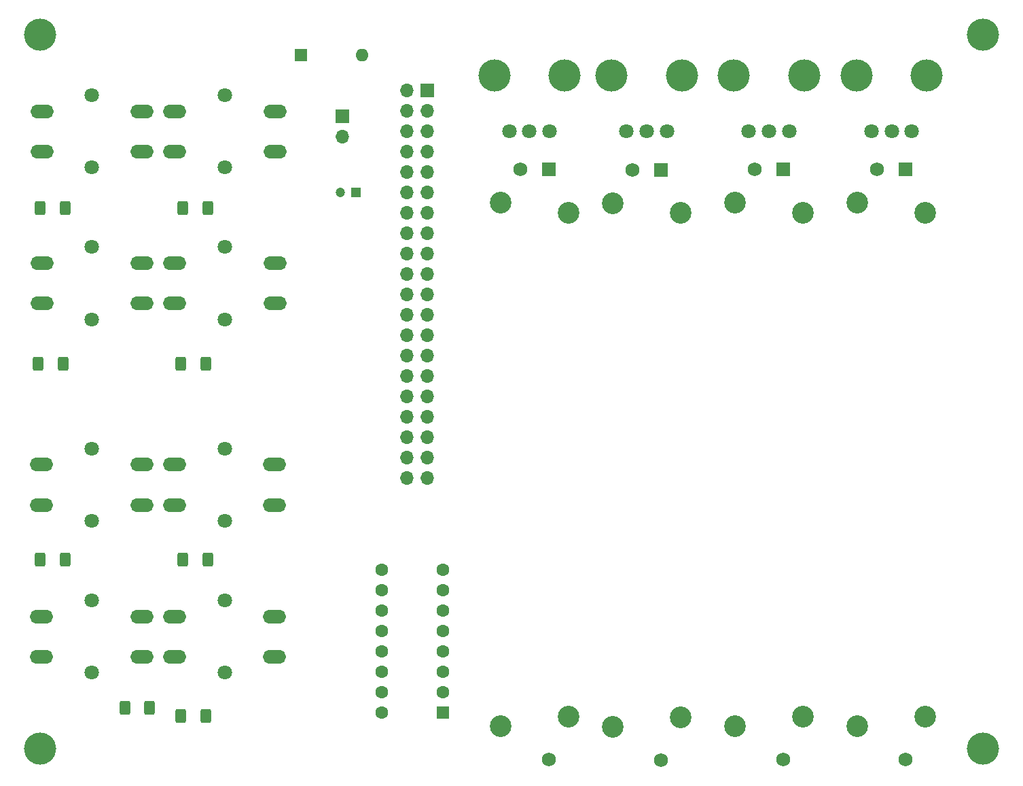
<source format=gbr>
%TF.GenerationSoftware,KiCad,Pcbnew,8.0.5*%
%TF.CreationDate,2025-02-25T21:47:22-05:00*%
%TF.ProjectId,gamepad,67616d65-7061-4642-9e6b-696361645f70,rev?*%
%TF.SameCoordinates,Original*%
%TF.FileFunction,Soldermask,Top*%
%TF.FilePolarity,Negative*%
%FSLAX46Y46*%
G04 Gerber Fmt 4.6, Leading zero omitted, Abs format (unit mm)*
G04 Created by KiCad (PCBNEW 8.0.5) date 2025-02-25 21:47:22*
%MOMM*%
%LPD*%
G01*
G04 APERTURE LIST*
G04 Aperture macros list*
%AMRoundRect*
0 Rectangle with rounded corners*
0 $1 Rounding radius*
0 $2 $3 $4 $5 $6 $7 $8 $9 X,Y pos of 4 corners*
0 Add a 4 corners polygon primitive as box body*
4,1,4,$2,$3,$4,$5,$6,$7,$8,$9,$2,$3,0*
0 Add four circle primitives for the rounded corners*
1,1,$1+$1,$2,$3*
1,1,$1+$1,$4,$5*
1,1,$1+$1,$6,$7*
1,1,$1+$1,$8,$9*
0 Add four rect primitives between the rounded corners*
20,1,$1+$1,$2,$3,$4,$5,0*
20,1,$1+$1,$4,$5,$6,$7,0*
20,1,$1+$1,$6,$7,$8,$9,0*
20,1,$1+$1,$8,$9,$2,$3,0*%
G04 Aperture macros list end*
%ADD10C,4.000000*%
%ADD11RoundRect,0.250000X-0.400000X-0.625000X0.400000X-0.625000X0.400000X0.625000X-0.400000X0.625000X0*%
%ADD12C,1.800000*%
%ADD13O,2.900000X1.700000*%
%ADD14R,1.750000X1.750000*%
%ADD15C,1.750000*%
%ADD16C,2.700000*%
%ADD17R,1.600000X1.600000*%
%ADD18C,1.600000*%
%ADD19R,1.200000X1.200000*%
%ADD20C,1.200000*%
%ADD21R,1.700000X1.700000*%
%ADD22O,1.700000X1.700000*%
%ADD23O,1.600000X1.600000*%
G04 APERTURE END LIST*
D10*
%TO.C,REF\u002A\u002A*%
X203835000Y-144145000D03*
%TD*%
%TO.C,REF\u002A\u002A*%
X203835000Y-55245000D03*
%TD*%
%TO.C,REF\u002A\u002A*%
X86360000Y-144145000D03*
%TD*%
%TO.C,REF\u002A\u002A*%
X86360000Y-55245000D03*
%TD*%
D11*
%TO.C,R7*%
X104140000Y-76835000D03*
X107240000Y-76835000D03*
%TD*%
D12*
%TO.C,SW6*%
X92790000Y-81705000D03*
X92790000Y-90705000D03*
D13*
X86540000Y-83705000D03*
X99040000Y-83705000D03*
X86540000Y-88705000D03*
X99040000Y-88705000D03*
%TD*%
D12*
%TO.C,SW5*%
X92790000Y-62810000D03*
X92790000Y-71810000D03*
D13*
X86540000Y-64810000D03*
X99040000Y-64810000D03*
X86540000Y-69810000D03*
X99040000Y-69810000D03*
%TD*%
D14*
%TO.C,RV2*%
X178915000Y-72065000D03*
D15*
X175415000Y-72065000D03*
X178915000Y-145565000D03*
D16*
X172965000Y-76215000D03*
X181365000Y-77415000D03*
X181365000Y-140215000D03*
X172965000Y-141415000D03*
%TD*%
D12*
%TO.C,SW4*%
X109320000Y-125715000D03*
X109320000Y-134715000D03*
D13*
X103070000Y-127715000D03*
X115570000Y-127715000D03*
X103070000Y-132715000D03*
X115570000Y-132715000D03*
%TD*%
D12*
%TO.C,SW2*%
X92770000Y-125715000D03*
X92770000Y-134715000D03*
D13*
X86520000Y-127715000D03*
X99020000Y-127715000D03*
X86520000Y-132715000D03*
X99020000Y-132715000D03*
%TD*%
D11*
%TO.C,R5*%
X86360000Y-76835000D03*
X89460000Y-76835000D03*
%TD*%
D14*
%TO.C,RV1*%
X194155000Y-72065000D03*
D15*
X190655000Y-72065000D03*
X194155000Y-145565000D03*
D16*
X188205000Y-76215000D03*
X196605000Y-77415000D03*
X196605000Y-140215000D03*
X188205000Y-141415000D03*
%TD*%
D11*
%TO.C,R3*%
X104140000Y-120650000D03*
X107240000Y-120650000D03*
%TD*%
D12*
%TO.C,SW3*%
X109320000Y-106820000D03*
X109320000Y-115820000D03*
D13*
X103070000Y-108820000D03*
X115570000Y-108820000D03*
X103070000Y-113820000D03*
X115570000Y-113820000D03*
%TD*%
D12*
%TO.C,SW7*%
X109340000Y-62810000D03*
X109340000Y-71810000D03*
D13*
X103090000Y-64810000D03*
X115590000Y-64810000D03*
X103090000Y-69810000D03*
X115590000Y-69810000D03*
%TD*%
D12*
%TO.C,SW1*%
X92770000Y-106820000D03*
X92770000Y-115820000D03*
D13*
X86520000Y-108820000D03*
X99020000Y-108820000D03*
X86520000Y-113820000D03*
X99020000Y-113820000D03*
%TD*%
D11*
%TO.C,R2*%
X96875000Y-139065000D03*
X99975000Y-139065000D03*
%TD*%
D10*
%TO.C,RV7*%
X157525000Y-60325000D03*
X166325000Y-60325000D03*
D12*
X164425000Y-67325000D03*
X161925000Y-67325000D03*
X159425000Y-67325000D03*
%TD*%
D17*
%TO.C,U1*%
X136525000Y-139700000D03*
D18*
X136525000Y-137160000D03*
X136525000Y-134620000D03*
X136525000Y-132080000D03*
X136525000Y-129540000D03*
X136525000Y-127000000D03*
X136525000Y-124460000D03*
X136525000Y-121920000D03*
X128905000Y-121920000D03*
X128905000Y-124460000D03*
X128905000Y-127000000D03*
X128905000Y-129540000D03*
X128905000Y-132080000D03*
X128905000Y-134620000D03*
X128905000Y-137160000D03*
X128905000Y-139700000D03*
%TD*%
D11*
%TO.C,R4*%
X103860000Y-140105000D03*
X106960000Y-140105000D03*
%TD*%
D14*
%TO.C,RV3*%
X163675000Y-72120000D03*
D15*
X160175000Y-72120000D03*
X163675000Y-145620000D03*
D16*
X157725000Y-76270000D03*
X166125000Y-77470000D03*
X166125000Y-140270000D03*
X157725000Y-141470000D03*
%TD*%
D19*
%TO.C,C1*%
X125730000Y-74930000D03*
D20*
X123730000Y-74930000D03*
%TD*%
D21*
%TO.C,J1*%
X123985000Y-65435000D03*
D22*
X123985000Y-67975000D03*
%TD*%
D10*
%TO.C,RV6*%
X172765000Y-60325000D03*
X181565000Y-60325000D03*
D12*
X179665000Y-67325000D03*
X177165000Y-67325000D03*
X174665000Y-67325000D03*
%TD*%
D17*
%TO.C,SW9*%
X118787500Y-57785000D03*
D23*
X126407500Y-57785000D03*
%TD*%
D10*
%TO.C,RV8*%
X142920000Y-60325000D03*
X151720000Y-60325000D03*
D12*
X149820000Y-67325000D03*
X147320000Y-67325000D03*
X144820000Y-67325000D03*
%TD*%
D14*
%TO.C,RV4*%
X149705000Y-72065000D03*
D15*
X146205000Y-72065000D03*
X149705000Y-145565000D03*
D16*
X143755000Y-76215000D03*
X152155000Y-77415000D03*
X152155000Y-140215000D03*
X143755000Y-141415000D03*
%TD*%
D21*
%TO.C,J2*%
X134620000Y-62230000D03*
D22*
X132080000Y-62230000D03*
X134620000Y-64770000D03*
X132080000Y-64770000D03*
X134620000Y-67310000D03*
X132080000Y-67310000D03*
X134620000Y-69850000D03*
X132080000Y-69850000D03*
X134620000Y-72390000D03*
X132080000Y-72390000D03*
X134620000Y-74930000D03*
X132080000Y-74930000D03*
X134620000Y-77470000D03*
X132080000Y-77470000D03*
X134620000Y-80010000D03*
X132080000Y-80010000D03*
X134620000Y-82550000D03*
X132080000Y-82550000D03*
X134620000Y-85090000D03*
X132080000Y-85090000D03*
X134620000Y-87630000D03*
X132080000Y-87630000D03*
X134620000Y-90170000D03*
X132080000Y-90170000D03*
X134620000Y-92710000D03*
X132080000Y-92710000D03*
X134620000Y-95250000D03*
X132080000Y-95250000D03*
X134620000Y-97790000D03*
X132080000Y-97790000D03*
X134620000Y-100330000D03*
X132080000Y-100330000D03*
X134620000Y-102870000D03*
X132080000Y-102870000D03*
X134620000Y-105410000D03*
X132080000Y-105410000D03*
X134620000Y-107950000D03*
X132080000Y-107950000D03*
X134620000Y-110490000D03*
X132080000Y-110490000D03*
%TD*%
D12*
%TO.C,SW8*%
X109340000Y-81705000D03*
X109340000Y-90705000D03*
D13*
X103090000Y-83705000D03*
X115590000Y-83705000D03*
X103090000Y-88705000D03*
X115590000Y-88705000D03*
%TD*%
D11*
%TO.C,R1*%
X86360000Y-120650000D03*
X89460000Y-120650000D03*
%TD*%
%TO.C,R6*%
X86080000Y-96290000D03*
X89180000Y-96290000D03*
%TD*%
%TO.C,R8*%
X103860000Y-96290000D03*
X106960000Y-96290000D03*
%TD*%
D10*
%TO.C,RV5*%
X188050000Y-60325000D03*
X196850000Y-60325000D03*
D12*
X194950000Y-67325000D03*
X192450000Y-67325000D03*
X189950000Y-67325000D03*
%TD*%
M02*

</source>
